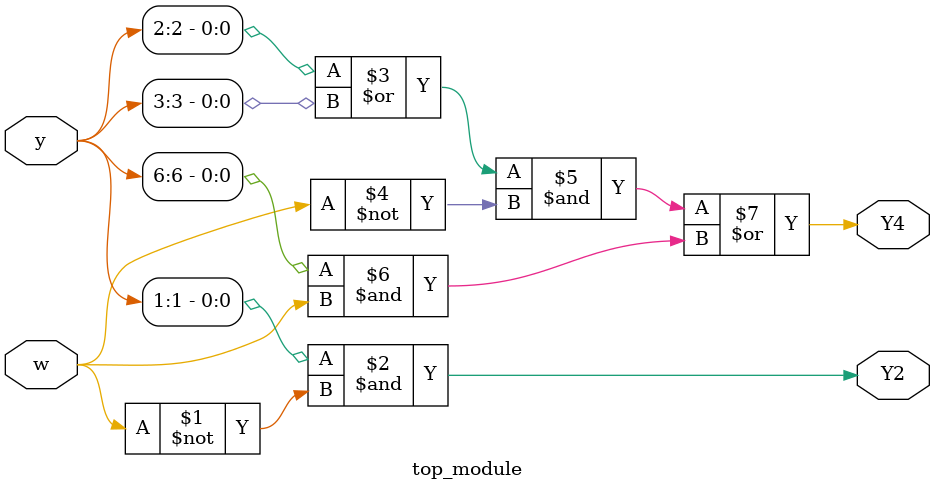
<source format=v>

module top_module (
	input [6:1] y,
	input w,
	output Y2,
	output Y4
);

assign Y2 = y[1] & ~w;  // y[1] is the bit for state A, and we need w = 0 to transition to B

assign Y4 = (y[2] | y[3]) & ~w | y[6] & w;  // y[2] is the bit for state B, y[3] is the bit for state C, and y[6] is the bit for state F

endmodule

</source>
